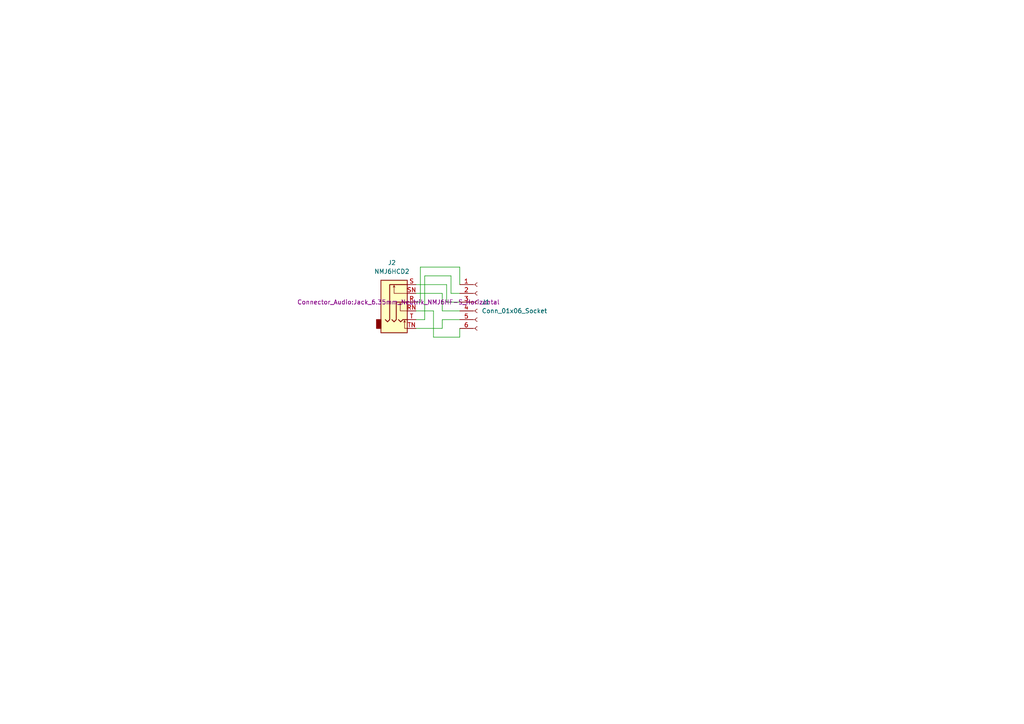
<source format=kicad_sch>
(kicad_sch (version 20250114) (generator "eeschema") (generator_version "9.0")
  (paper "A4")
  (lib_symbols
    (symbol "Connector:Conn_01x06_Socket" (pin_names (offset 1.016) (hide yes))
      (property "Reference" "J" (at 0 7.62 0))
      (property "Value" "Conn_01x06_Socket" (at 0 -10.16 0))
      (symbol "Conn_01x06_Socket_1_1"
        (polyline (pts (xy -1.27 5.08) (xy -0.508 5.08)) (stroke (width 0.1524)))
        (polyline (pts (xy -1.27 2.54) (xy -0.508 2.54)) (stroke (width 0.1524)))
        (polyline (pts (xy -1.27 0) (xy -0.508 0)) (stroke (width 0.1524)))
        (polyline (pts (xy -1.27 -2.54) (xy -0.508 -2.54)) (stroke (width 0.1524)))
        (polyline (pts (xy -1.27 -5.08) (xy -0.508 -5.08)) (stroke (width 0.1524)))
        (polyline (pts (xy -1.27 -7.62) (xy -0.508 -7.62)) (stroke (width 0.1524)))
        (arc (start 0 4.572) (mid -0.5058 5.08) (end 0 5.588) (stroke (width 0.1524)))
        (arc (start 0 2.032) (mid -0.5058 2.54) (end 0 3.048) (stroke (width 0.1524)))
        (arc (start 0 -0.508) (mid -0.5058 0) (end 0 0.508) (stroke (width 0.1524)))
        (arc (start 0 -3.048) (mid -0.5058 -2.54) (end 0 -2.032) (stroke (width 0.1524)))
        (arc (start 0 -5.588) (mid -0.5058 -5.08) (end 0 -4.572) (stroke (width 0.1524)))
        (arc (start 0 -8.128) (mid -0.5058 -7.62) (end 0 -7.112) (stroke (width 0.1524)))
        (pin passive line (at -5.08 5.08 0) (length 3.81) (name "Pin_1") (number "1"))
        (pin passive line (at -5.08 2.54 0) (length 3.81) (name "Pin_2") (number "2"))
        (pin passive line (at -5.08 0 0) (length 3.81) (name "Pin_3") (number "3"))
        (pin passive line (at -5.08 -2.54 0) (length 3.81) (name "Pin_4") (number "4"))
        (pin passive line (at -5.08 -5.08 0) (length 3.81) (name "Pin_5") (number "5"))
        (pin passive line (at -5.08 -7.62 0) (length 3.81) (name "Pin_6") (number "6"))
      )
    )
    (symbol "Connector_Audio:NMJ6HCD2"
      (property "Reference" "J" (at 0 11.43 0))
      (property "Value" "NMJ6HCD2" (at 0 8.89 0))
      (symbol "NMJ6HCD2_0_1"
        (rectangle (start -5.08 -5.08) (end -6.35 -7.62) (stroke (width 0.254)) (fill (type outline)))
        (polyline (pts (xy -1.905 -5.08) (xy -1.27 -5.715) (xy -0.635 -5.08) (xy -0.635 0) (xy 2.54 0)) (stroke (width 0.254)))
        (polyline (pts (xy -1.27 4.826) (xy -1.016 4.318)))
        (polyline (pts (xy 0 -5.08) (xy 0.635 -5.715) (xy 1.27 -5.08) (xy 2.54 -5.08)) (stroke (width 0.254)))
        (polyline (pts (xy 0.508 -0.254) (xy 0.762 -0.762)))
        (polyline (pts (xy 1.778 -5.334) (xy 2.032 -5.842)))
        (rectangle (start 2.54 6.35) (end -5.08 -8.89) (stroke (width 0.254)) (fill (type background)))
        (polyline (pts (xy 2.54 5.08) (xy -2.54 5.08) (xy -2.54 -5.08) (xy -3.175 -5.715) (xy -3.81 -5.08)) (stroke (width 0.254)))
        (polyline (pts (xy 2.54 2.54) (xy -1.27 2.54) (xy -1.27 4.826) (xy -1.524 4.318)))
        (polyline (pts (xy 2.54 -2.54) (xy 0.508 -2.54) (xy 0.508 -0.254) (xy 0.254 -0.762)))
        (polyline (pts (xy 2.54 -7.62) (xy 1.778 -7.62) (xy 1.778 -5.334) (xy 1.524 -5.842)))
      )
      (symbol "NMJ6HCD2_1_1"
        (pin passive line (at 5.08 5.08 180) (length 2.54) (name "~") (number "S"))
        (pin passive line (at 5.08 2.54 180) (length 2.54) (name "~") (number "SN"))
        (pin passive line (at 5.08 0 180) (length 2.54) (name "~") (number "R"))
        (pin passive line (at 5.08 -2.54 180) (length 2.54) (name "~") (number "RN"))
        (pin passive line (at 5.08 -5.08 180) (length 2.54) (name "~") (number "T"))
        (pin passive line (at 5.08 -7.62 180) (length 2.54) (name "~") (number "TN"))
      )
    )
  )
  (wire (pts (xy 125.73 97.79) (xy 133.35 97.79)))
  (wire (pts (xy 120.65 87.63) (xy 121.92 87.63)))
  (wire (pts (xy 123.19 80.01) (xy 130.81 80.01)))
  (wire (pts (xy 133.35 77.47) (xy 133.35 82.55)))
  (wire (pts (xy 123.19 92.71) (xy 123.19 80.01)))
  (wire (pts (xy 121.92 87.63) (xy 121.92 77.47)))
  (wire (pts (xy 125.73 90.17) (xy 125.73 97.79)))
  (wire (pts (xy 130.81 80.01) (xy 130.81 85.09)))
  (wire (pts (xy 120.65 82.55) (xy 129.54 82.55)))
  (wire (pts (xy 121.92 77.47) (xy 133.35 77.47)))
  (wire (pts (xy 130.81 85.09) (xy 133.35 85.09)))
  (wire (pts (xy 128.27 95.25) (xy 128.27 92.71)))
  (wire (pts (xy 133.35 97.79) (xy 133.35 95.25)))
  (wire (pts (xy 128.27 85.09) (xy 128.27 90.17)))
  (wire (pts (xy 120.65 92.71) (xy 123.19 92.71)))
  (wire (pts (xy 120.65 90.17) (xy 125.73 90.17)))
  (wire (pts (xy 129.54 87.63) (xy 133.35 87.63)))
  (wire (pts (xy 128.27 92.71) (xy 133.35 92.71)))
  (wire (pts (xy 120.65 85.09) (xy 128.27 85.09)))
  (wire (pts (xy 128.27 90.17) (xy 133.35 90.17)))
  (wire (pts (xy 129.54 82.55) (xy 129.54 87.63)))
  (wire (pts (xy 120.65 95.25) (xy 128.27 95.25)))
  (symbol (lib_id "Connector:Conn_01x06_Socket") (at 138.43 87.63 0) (unit 1)
    (property "Reference" "J1" (at 139.7 87.6299 0) (effects (justify left)))
    (property "Value" "Conn_01x06_Socket" (at 139.7 90.1699 0) (effects (justify left)))
    (property "Footprint" "Connector_JST:JST_XH_B6B-XH-AM_1x06_P2.50mm_Vertical" (effects (hide yes)))
    (property "Description" "Generic connector, single row, 01x06, script generated" (effects (hide yes)))
  )
  (symbol (lib_id "Connector_Audio:NMJ6HCD2") (at 115.57 87.63 0) (unit 1)
    (property "Reference" "J2" (at 113.665 76.2 0))
    (property "Value" "NMJ6HCD2" (at 113.665 78.74 0))
    (property "Footprint" "Connector_Audio:Jack_6.35mm_Neutrik_NMJ6HF-S_Horizontal" (at 115.57 87.63 0))
    (property "Datasheet" "https://www.neutrik.com/en/product/nmj6hcd2" (effects (hide yes)))
    (property "Description" "M Series, 6.35mm (1/4in) stereo jack, switched, with chrome ferrule and straight PCB pins" (effects (hide yes)))
  )
)
</source>
